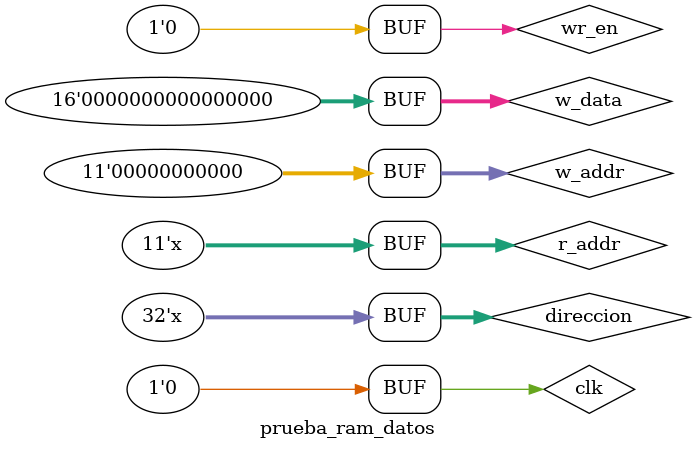
<source format=v>
`timescale 1ns / 1ps


module prueba_ram_datos;

	// Inputs
	reg clk;
	reg wr_en;
	reg [10:0] w_addr;
	reg [10:0] r_addr;
	reg [15:0] w_data;
	
	integer direccion;

	// Outputs
	wire [15:0] r_data;
	

	// Instantiate the Unit Under Test (UUT)
	reg_file #(.FILE("datos.mem"))datos (
		.clk(clk), 
		.wr_en(wr_en), 
		.w_addr(w_addr), 
		.r_addr(r_addr), 
		.w_data(w_data), 
		.r_data(r_data)
	);

	initial begin
		// Initialize Inputs
		clk = 0;
		wr_en = 0;
		w_addr = 0;
		r_addr = 0;
		w_data = 0;
		direccion=0;

		// Wait 100 ns for global reset to finish
		#100;
        
		// Add stimulus here
	end
	always
	begin
	#1
	direccion=direccion +1;
	r_addr=direccion;
	end
      
endmodule


</source>
